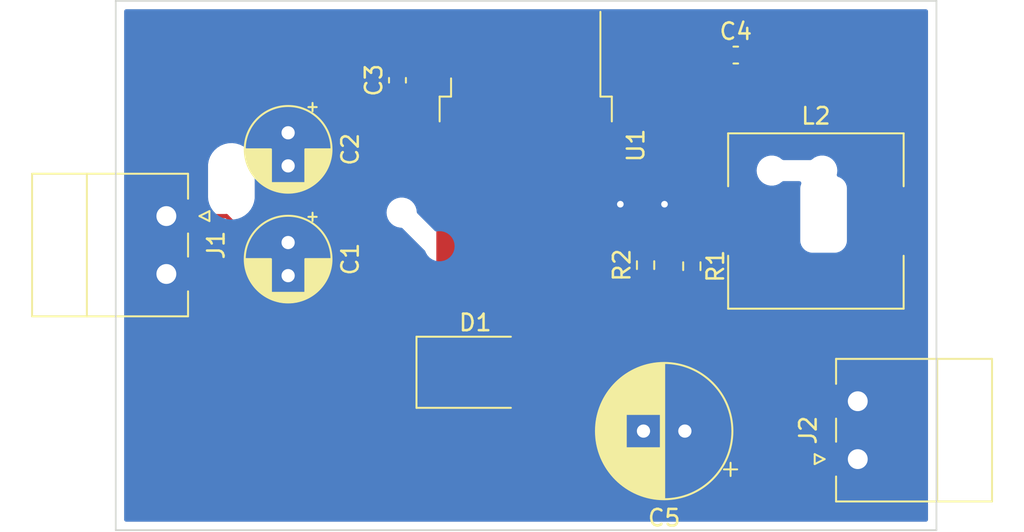
<source format=kicad_pcb>
(kicad_pcb (version 20211014) (generator pcbnew)
  (layers (0 "F.Cu" signal) (31 "B.Cu" signal) (34 "B.Paste" user) (35 "F.Paste" user) (36 "B.SilkS" user "B.Silkscreen") (37 "F.SilkS" user "F.Silkscreen") (38 "B.Mask" user) (39 "F.Mask" user) (44 "Edge.Cuts" user))
  (net 0 "")
  (net 1 "GND")
  (net 2 "Net-(C4-Pad1)")
  (net 3 "Net-(C4-Pad2)")
  (net 7 "Net-(C5-Pad1)")
  (net 8 "Net-(C3-Pad2)")
  (net 9 "Net-(U1-Pad4)")
  (footprint "Capacitor_THT:CP_Radial_D5.0mm_P2.00mm" (layer "F.Cu") (at 132.842 77.978 -90)
    (fp_text reference "C2" (at 1 -3.75 90) (layer "F.SilkS"))
    (fp_text value "47uF")
    (fp_line (start 2.681 1.04) (end 2.681 1.971) (layer "F.SilkS") (width 0.12))
    (fp_line (start 2.121 -2.329) (end 2.121 -1.04) (layer "F.SilkS") (width 0.12))
    (fp_line (start 2.041 -2.365) (end 2.041 -1.04) (layer "F.SilkS") (width 0.12))
    (fp_line (start 2.841 1.04) (end 2.841 1.826) (layer "F.SilkS") (width 0.12))
    (fp_line (start 1.68 -2.491) (end 1.68 -1.04) (layer "F.SilkS") (width 0.12))
    (fp_line (start 2.001 -2.382) (end 2.001 -1.04) (layer "F.SilkS") (width 0.12))
    (fp_line (start 3.161 -1.443) (end 3.161 1.443) (layer "F.SilkS") (width 0.12))
    (fp_line (start 1.64 -2.501) (end 1.64 -1.04) (layer "F.SilkS") (width 0.12))
    (fp_line (start 1.841 1.04) (end 1.841 2.442) (layer "F.SilkS") (width 0.12))
    (fp_line (start 3.201 -1.383) (end 3.201 1.383) (layer "F.SilkS") (width 0.12))
    (fp_line (start 2.641 1.04) (end 2.641 2.004) (layer "F.SilkS") (width 0.12))
    (fp_line (start 2.281 -2.247) (end 2.281 -1.04) (layer "F.SilkS") (width 0.12))
    (fp_line (start 1.04 -2.58) (end 1.04 -1.04) (layer "F.SilkS") (width 0.12))
    (fp_line (start 2.401 -2.175) (end 2.401 -1.04) (layer "F.SilkS") (width 0.12))
    (fp_line (start 2.361 -2.2) (end 2.361 -1.04) (layer "F.SilkS") (width 0.12))
    (fp_line (start 1.16 1.04) (end 1.16 2.576) (layer "F.SilkS") (width 0.12))
    (fp_line (start 2.681 -1.971) (end 2.681 -1.04) (layer "F.SilkS") (width 0.12))
    (fp_line (start 3.441 -0.915) (end 3.441 0.915) (layer "F.SilkS") (width 0.12))
    (fp_line (start 1.24 1.04) (end 1.24 2.569) (layer "F.SilkS") (width 0.12))
    (fp_line (start 2.921 -1.743) (end 2.921 -1.04) (layer "F.SilkS") (width 0.12))
    (fp_line (start 2.481 1.04) (end 2.481 2.122) (layer "F.SilkS") (width 0.12))
    (fp_line (start 1.48 1.04) (end 1.48 2.536) (layer "F.SilkS") (width 0.12))
    (fp_line (start 3.521 -0.677) (end 3.521 0.677) (layer "F.SilkS") (width 0.12))
    (fp_line (start 1.04 1.04) (end 1.04 2.58) (layer "F.SilkS") (width 0.12))
    (fp_line (start 2.081 1.04) (end 2.081 2.348) (layer "F.SilkS") (width 0.12))
    (fp_line (start 1.48 -2.536) (end 1.48 -1.04) (layer "F.SilkS") (width 0.12))
    (fp_line (start 1.721 1.04) (end 1.721 2.48) (layer "F.SilkS") (width 0.12))
    (fp_line (start 2.601 1.04) (end 2.601 2.035) (layer "F.SilkS") (width 0.12))
    (fp_line (start 1.28 -2.565) (end 1.28 -1.04) (layer "F.SilkS") (width 0.12))
    (fp_line (start 2.721 -1.937) (end 2.721 -1.04) (layer "F.SilkS") (width 0.12))
    (fp_line (start 3.081 -1.554) (end 3.081 1.554) (layer "F.SilkS") (width 0.12))
    (fp_line (start 2.201 1.04) (end 2.201 2.29) (layer "F.SilkS") (width 0.12))
    (fp_line (start 1.961 1.04) (end 1.961 2.398) (layer "F.SilkS") (width 0.12))
    (fp_line (start 2.041 1.04) (end 2.041 2.365) (layer "F.SilkS") (width 0.12))
    (fp_line (start 1 -2.58) (end 1 -1.04) (layer "F.SilkS") (width 0.12))
    (fp_line (start 3.121 -1.5) (end 3.121 1.5) (layer "F.SilkS") (width 0.12))
    (fp_line (start 2.601 -2.035) (end 2.601 -1.04) (layer "F.SilkS") (width 0.12))
    (fp_line (start 1.921 1.04) (end 1.921 2.414) (layer "F.SilkS") (width 0.12))
    (fp_line (start 2.761 1.04) (end 2.761 1.901) (layer "F.SilkS") (width 0.12))
    (fp_line (start 1.801 -2.455) (end 1.801 -1.04) (layer "F.SilkS") (width 0.12))
    (fp_line (start 1.2 -2.573) (end 1.2 -1.04) (layer "F.SilkS") (width 0.12))
    (fp_line (start 1.36 1.04) (end 1.36 2.556) (layer "F.SilkS") (width 0.12))
    (fp_line (start 1.16 -2.576) (end 1.16 -1.04) (layer "F.SilkS") (width 0.12))
    (fp_line (start 2.521 -2.095) (end 2.521 -1.04) (layer "F.SilkS") (width 0.12))
    (fp_line (start 2.401 1.04) (end 2.401 2.175) (layer "F.SilkS") (width 0.12))
    (fp_line (start 1.12 -2.578) (end 1.12 -1.04) (layer "F.SilkS") (width 0.12))
    (fp_line (start 1.4 -2.55) (end 1.4 -1.04) (layer "F.SilkS") (width 0.12))
    (fp_line (start 2.641 -2.004) (end 2.641 -1.04) (layer "F.SilkS") (width 0.12))
    (fp_line (start 2.881 -1.785) (end 2.881 -1.04) (layer "F.SilkS") (width 0.12))
    (fp_line (start 3.241 -1.319) (end 3.241 1.319) (layer "F.SilkS") (width 0.12))
    (fp_line (start 2.841 -1.826) (end 2.841 -1.04) (layer "F.SilkS") (width 0.12))
    (fp_line (start 1.961 -2.398) (end 1.961 -1.04) (layer "F.SilkS") (width 0.12))
    (fp_line (start 3.561 -0.518) (end 3.561 0.518) (layer "F.SilkS") (width 0.12))
    (fp_line (start 3.401 -1.011) (end 3.401 1.011) (layer "F.SilkS") (width 0.12))
    (fp_line (start 3.321 -1.178) (end 3.321 1.178) (layer "F.SilkS") (width 0.12))
    (fp_line (start 2.001 1.04) (end 2.001 2.382) (layer "F.SilkS") (width 0.12))
    (fp_line (start 2.081 -2.348) (end 2.081 -1.04) (layer "F.SilkS") (width 0.12))
    (fp_line (start 1.64 1.04) (end 1.64 2.501) (layer "F.SilkS") (width 0.12))
    (fp_line (start 3.281 -1.251) (end 3.281 1.251) (layer "F.SilkS") (width 0.12))
    (fp_line (start 1.801 1.04) (end 1.801 2.455) (layer "F.SilkS") (width 0.12))
    (fp_line (start 1.761 -2.468) (end 1.761 -1.04) (layer "F.SilkS") (width 0.12))
    (fp_line (start 1.32 -2.561) (end 1.32 -1.04) (layer "F.SilkS") (width 0.12))
    (fp_line (start 3.601 -0.284) (end 3.601 0.284) (layer "F.SilkS") (width 0.12))
    (fp_line (start 2.921 1.04) (end 2.921 1.743) (layer "F.SilkS") (width 0.12))
    (fp_line (start 2.561 -2.065) (end 2.561 -1.04) (layer "F.SilkS") (width 0.12))
    (fp_line (start 1.44 -2.543) (end 1.44 -1.04) (layer "F.SilkS") (width 0.12))
    (fp_line (start 1.761 1.04) (end 1.761 2.468) (layer "F.SilkS") (width 0.12))
    (fp_line (start 2.881 1.04) (end 2.881 1.785) (layer "F.SilkS") (width 0.12))
    (fp_line (start 1.881 1.04) (end 1.881 2.428) (layer "F.SilkS") (width 0.12))
    (fp_line (start 2.281 1.04) (end 2.281 2.247) (layer "F.SilkS") (width 0.12))
    (fp_line (start 1.52 -2.528) (end 1.52 -1.04) (layer "F.SilkS") (width 0.12))
    (fp_line (start 2.961 -1.699) (end 2.961 -1.04) (layer "F.SilkS") (width 0.12))
    (fp_line (start 1.6 -2.511) (end 1.6 -1.04) (layer "F.SilkS") (width 0.12))
    (fp_line (start 2.801 1.04) (end 2.801 1.864) (layer "F.SilkS") (width 0.12))
    (fp_line (start -1.554775 -1.725) (end -1.554775 -1.225) (layer "F.SilkS") (width 0.12))
    (fp_line (start 2.321 -2.224) (end 2.321 -1.04) (layer "F.SilkS") (width 0.12))
    (fp_line (start 1.52 1.04) (end 1.52 2.528) (layer "F.SilkS") (width 0.12))
    (fp_line (start 1.721 -2.48) (end 1.721 -1.04) (layer "F.SilkS") (width 0.12))
    (fp_line (start 1.6 1.04) (end 1.6 2.511) (layer "F.SilkS") (width 0.12))
    (fp_line (start 1.36 -2.556) (end 1.36 -1.04) (layer "F.SilkS") (width 0.12))
    (fp_line (start 3.361 -1.098) (end 3.361 1.098) (layer "F.SilkS") (width 0.12))
    (fp_line (start 1.881 -2.428) (end 1.881 -1.04) (layer "F.SilkS") (width 0.12))
    (fp_line (start 1.841 -2.442) (end 1.841 -1.04) (layer "F.SilkS") (width 0.12))
    (fp_line (start 2.561 1.04) (end 2.561 2.065) (layer "F.SilkS") (width 0.12))
    (fp_line (start 2.481 -2.122) (end 2.481 -1.04) (layer "F.SilkS") (width 0.12))
    (fp_line (start 1.56 -2.52) (end 1.56 -1.04) (layer "F.SilkS") (width 0.12))
    (fp_line (start 1.44 1.04) (end 1.44 2.543) (layer "F.SilkS") (width 0.12))
    (fp_line (start 2.961 1.04) (end 2.961 1.699) (layer "F.SilkS") (width 0.12))
    (fp_line (start 2.241 -2.268) (end 2.241 -1.04) (layer "F.SilkS") (width 0.12))
    (fp_line (start 2.801 -1.864) (end 2.801 -1.04) (layer "F.SilkS") (width 0.12))
    (fp_line (start 1.921 -2.414) (end 1.921 -1.04) (layer "F.SilkS") (width 0.12))
    (fp_line (start 3.001 -1.653) (end 3.001 -1.04) (layer "F.SilkS") (width 0.12))
    (fp_line (start 1 1.04) (end 1 2.58) (layer "F.SilkS") (width 0.12))
    (fp_line (start 2.201 -2.29) (end 2.201 -1.04) (layer "F.SilkS") (width 0.12))
    (fp_line (start 3.001 1.04) (end 3.001 1.653) (layer "F.SilkS") (width 0.12))
    (fp_line (start 1.2 1.04) (end 1.2 2.573) (layer "F.SilkS") (width 0.12))
    (fp_line (start 1.28 1.04) (end 1.28 2.565) (layer "F.SilkS") (width 0.12))
    (fp_line (start 3.481 -0.805) (end 3.481 0.805) (layer "F.SilkS") (width 0.12))
    (fp_line (start 2.721 1.04) (end 2.721 1.937) (layer "F.SilkS") (width 0.12))
    (fp_line (start 2.441 -2.149) (end 2.441 -1.04) (layer "F.SilkS") (width 0.12))
    (fp_line (start 1.12 1.04) (end 1.12 2.578) (layer "F.SilkS") (width 0.12))
    (fp_line (start 1.68 1.04) (end 1.68 2.491) (layer "F.SilkS") (width 0.12))
    (fp_line (start 1.4 1.04) (end 1.4 2.55) (layer "F.SilkS") (width 0.12))
    (fp_line (start 1.08 -2.579) (end 1.08 -1.04) (layer "F.SilkS") (width 0.12))
    (fp_line (start 1.56 1.04) (end 1.56 2.52) (layer "F.SilkS") (width 0.12))
    (fp_line (start 2.241 1.04) (end 2.241 2.268) (layer "F.SilkS") (width 0.12))
    (fp_line (start 1.32 1.04) (end 1.32 2.561) (layer "F.SilkS") (width 0.12))
    (fp_line (start 2.441 1.04) (end 2.441 2.149) (layer "F.SilkS") (width 0.12))
    (fp_line (start 1.08 1.04) (end 1.08 2.579) (layer "F.SilkS") (width 0.12))
    (fp_line (start -1.804775 -1.475) (end -1.304775 -1.475) (layer "F.SilkS") (width 0.12))
    (fp_line (start 1.24 -2.569) (end 1.24 -1.04) (layer "F.SilkS") (width 0.12))
    (fp_line (start 2.121 1.04) (end 2.121 2.329) (layer "F.SilkS") (width 0.12))
    (fp_line (start 3.041 -1.605) (end 3.041 1.605) (layer "F.SilkS") (width 0.12))
    (fp_line (start 2.521 1.04) (end 2.521 2.095) (layer "F.SilkS") (width 0.12))
    (fp_line (start 2.361 1.04) (end 2.361 2.2) (layer "F.SilkS") (width 0.12))
    (fp_line (start 2.161 1.04) (end 2.161 2.31) (layer "F.SilkS") (width 0.12))
    (fp_line (start 2.161 -2.31) (end 2.161 -1.04) (layer "F.SilkS") (width 0.12))
    (fp_line (start 2.761 -1.901) (end 2.761 -1.04) (layer "F.SilkS") (width 0.12))
    (fp_line (start 2.321 1.04) (end 2.321 2.224) (layer "F.SilkS") (width 0.12))
    (fp_circle (center 1 0) (end 3.62 0) (layer "F.SilkS") (width 0.12) (fill none))
    (pad "1" thru_hole rect (at 0 0 270) (size 1.6 1.6) (drill 0.8) (layers *.Cu *.Mask) (net 8 "Net-(C3-Pad2)"))
    (pad "2" thru_hole circle (at 2 0 270) (size 1.6 1.6) (drill 0.8) (layers *.Cu *.Mask) (net 1 "GND"))
  )
  (footprint "Diode_SMD:D_SMB" (layer "F.Cu") (at 144.145 92.456)
    (fp_text reference "D1" (at 0 -3) (layer "F.SilkS"))
    (fp_text value "SS14")
    (fp_line (start -3.55 -2.15) (end 2.15 -2.15) (layer "F.SilkS") (width 0.12))
    (fp_line (start -3.55 -2.15) (end -3.55 2.15) (layer "F.SilkS") (width 0.12))
    (fp_line (start -3.55 2.15) (end 2.15 2.15) (layer "F.SilkS") (width 0.12))
    (pad "1" smd rect (at -2.15 0) (size 2.5 2.3) (layers "F.Cu" "F.Paste" "F.Mask") (net 3 "Net-(C4-Pad2)"))
    (pad "2" smd rect (at 2.15 0) (size 2.5 2.3) (layers "F.Cu" "F.Paste" "F.Mask") (net 1 "GND"))
  )
  (footprint "Capacitor_SMD:C_0603_1608Metric" (layer "F.Cu") (at 159.88 73.279)
    (fp_text reference "C4" (at 0 -1.43) (layer "F.SilkS"))
    (fp_text value "1nf")
    (fp_line (start -0.14058 0.51) (end 0.14058 0.51) (layer "F.SilkS") (width 0.12))
    (fp_line (start -0.14058 -0.51) (end 0.14058 -0.51) (layer "F.SilkS") (width 0.12))
    (pad "1" smd roundrect (at -0.775 0) (size 0.9 0.95) (layers "F.Cu" "F.Paste" "F.Mask") (net 2 "Net-(C4-Pad1)"))
    (pad "2" smd roundrect (at 0.775 0) (size 0.9 0.95) (layers "F.Cu" "F.Paste" "F.Mask") (net 3 "Net-(C4-Pad2)"))
  )
  (footprint "Inductor_SMD:L_10.4x10.4_H4.8" (layer "F.Cu") (at 164.719 83.312)
    (fp_text reference "L2" (at 0 -6.35) (layer "F.SilkS"))
    (fp_text value "33u")
    (fp_line (start 5.3 5.3) (end -5.3 5.3) (layer "F.SilkS") (width 0.12))
    (fp_line (start -5.3 -2.1) (end -5.3 -5.3) (layer "F.SilkS") (width 0.12))
    (fp_line (start 5.3 2.1) (end 5.3 5.3) (layer "F.SilkS") (width 0.12))
    (fp_line (start -5.3 5.3) (end -5.3 2.1) (layer "F.SilkS") (width 0.12))
    (fp_line (start 5.3 -5.3) (end 5.3 -2.1) (layer "F.SilkS") (width 0.12))
    (fp_line (start -5.3 -5.3) (end 5.3 -5.3) (layer "F.SilkS") (width 0.12))
    (pad "1" smd rect (at -4.15 0) (size 2.7 3.6) (layers "F.Cu" "F.Paste" "F.Mask") (net 3 "Net-(C4-Pad2)"))
    (pad "2" smd rect (at 4.15 0) (size 2.7 3.6) (layers "F.Cu" "F.Paste" "F.Mask") (net 7 "Net-(C5-Pad1)"))
  )
  (footprint "Capacitor_THT:CP_Radial_D8.0mm_P2.50mm" (layer "F.Cu") (at 156.805 96.012 180)
    (fp_text reference "C5" (at 1.25 -5.25) (layer "F.SilkS"))
    (fp_text value "330uF")
    (fp_line (start 4.651 -2.287) (end 4.651 2.287) (layer "F.SilkS") (width 0.12))
    (fp_line (start 4.931 -1.813) (end 4.931 1.813) (layer "F.SilkS") (width 0.12))
    (fp_line (start 1.971 1.04) (end 1.971 4.017) (layer "F.SilkS") (width 0.12))
    (fp_line (start 4.531 -2.454) (end 4.531 2.454) (layer "F.SilkS") (width 0.12))
    (fp_line (start 4.051 -2.983) (end 4.051 2.983) (layer "F.SilkS") (width 0.12))
    (fp_line (start 4.571 -2.4) (end 4.571 2.4) (layer "F.SilkS") (width 0.12))
    (fp_line (start 2.331 1.04) (end 2.331 3.936) (layer "F.SilkS") (width 0.12))
    (fp_line (start 1.57 -4.068) (end 1.57 -1.04) (layer "F.SilkS") (width 0.12))
    (fp_line (start 5.051 -1.552) (end 5.051 1.552) (layer "F.SilkS") (width 0.12))
    (fp_line (start 3.491 -3.418) (end 3.491 -1.04) (layer "F.SilkS") (width 0.12))
    (fp_line (start 4.611 -2.345) (end 4.611 2.345) (layer "F.SilkS") (width 0.12))
    (fp_line (start 3.451 -3.444) (end 3.451 -1.04) (layer "F.SilkS") (width 0.12))
    (fp_line (start 1.89 1.04) (end 1.89 4.03) (layer "F.SilkS") (width 0.12))
    (fp_line (start 2.251 1.04) (end 2.251 3.957) (layer "F.SilkS") (width 0.12))
    (fp_line (start 4.251 -2.784) (end 4.251 2.784) (layer "F.SilkS") (width 0.12))
    (fp_line (start 2.731 1.04) (end 2.731 3.805) (layer "F.SilkS") (width 0.12))
    (fp_line (start 4.731 -2.166) (end 4.731 2.166) (layer "F.SilkS") (width 0.12))
    (fp_line (start 4.891 -1.89) (end 4.891 1.89) (layer "F.SilkS") (width 0.12))
    (fp_line (start 3.571 -3.365) (end 3.571 3.365) (layer "F.SilkS") (width 0.12))
    (fp_line (start 3.371 -3.493) (end 3.371 -1.04) (layer "F.SilkS") (width 0.12))
    (fp_line (start 2.451 1.04) (end 2.451 3.902) (layer "F.SilkS") (width 0.12))
    (fp_line (start 3.611 -3.338) (end 3.611 3.338) (layer "F.SilkS") (width 0.12))
    (fp_line (start 2.491 1.04) (end 2.491 3.889) (layer "F.SilkS") (width 0.12))
    (fp_line (start 3.731 -3.25) (end 3.731 3.25) (layer "F.SilkS") (width 0.12))
    (fp_line (start 1.93 -4.024) (end 1.93 -1.04) (layer "F.SilkS") (width 0.12))
    (fp_line (start 2.971 -3.704) (end 2.971 -1.04) (layer "F.SilkS") (width 0.12))
    (fp_line (start 3.091 -3.647) (end 3.091 -1.04) (layer "F.SilkS") (width 0.12))
    (fp_line (start 4.971 -1.731) (end 4.971 1.731) (layer "F.SilkS") (width 0.12))
    (fp_line (start 2.891 -3.74) (end 2.891 -1.04) (layer "F.SilkS") (width 0.12))
    (fp_line (start 3.011 -3.686) (end 3.011 -1.04) (layer "F.SilkS") (width 0.12))
    (fp_line (start 3.051 -3.666) (end 3.051 -1.04) (layer "F.SilkS") (width 0.12))
    (fp_line (start 1.33 -4.08) (end 1.33 4.08) (layer "F.SilkS") (width 0.12))
    (fp_line (start 2.211 1.04) (end 2.211 3.967) (layer "F.SilkS") (width 0.12))
    (fp_line (start 3.011 1.04) (end 3.011 3.686) (layer "F.SilkS") (width 0.12))
    (fp_line (start 2.731 -3.805) (end 2.731 -1.04) (layer "F.SilkS") (width 0.12))
    (fp_line (start 1.41 -4.077) (end 1.41 4.077) (layer "F.SilkS") (width 0.12))
    (fp_line (start 2.411 -3.914) (end 2.411 -1.04) (layer "F.SilkS") (width 0.12))
    (fp_line (start 3.251 -3.562) (end 3.251 -1.04) (layer "F.SilkS") (width 0.12))
    (fp_line (start 1.49 1.04) (end 1.49 4.074) (layer "F.SilkS") (width 0.12))
    (fp_line (start 2.611 1.04) (end 2.611 3.85) (layer "F.SilkS") (width 0.12))
    (fp_line (start 2.811 -3.774) (end 2.811 -1.04) (layer "F.SilkS") (width 0.12))
    (fp_line (start 2.891 1.04) (end 2.891 3.74) (layer "F.SilkS") (width 0.12))
    (fp_line (start 2.051 -4.002) (end 2.051 -1.04) (layer "F.SilkS") (width 0.12))
    (fp_line (start 2.571 1.04) (end 2.571 3.863) (layer "F.SilkS") (width 0.12))
    (fp_line (start 1.65 -4.061) (end 1.65 -1.04) (layer "F.SilkS") (width 0.12))
    (fp_line (start 2.571 -3.863) (end 2.571 -1.04) (layer "F.SilkS") (width 0.12))
    (fp_line (start 2.531 1.04) (end 2.531 3.877) (layer "F.SilkS") (width 0.12))
    (fp_line (start 2.131 1.04) (end 2.131 3.985) (layer "F.SilkS") (width 0.12))
    (fp_line (start 2.011 1.04) (end 2.011 4.01) (layer "F.SilkS") (width 0.12))
    (fp_line (start 3.291 1.04) (end 3.291 3.54) (layer "F.SilkS") (width 0.12))
    (fp_line (start 4.371 -2.651) (end 4.371 2.651) (layer "F.SilkS") (width 0.12))
    (fp_line (start 2.771 1.04) (end 2.771 3.79) (layer "F.SilkS") (width 0.12))
    (fp_line (start 1.45 -4.076) (end 1.45 4.076) (layer "F.SilkS") (width 0.12))
    (fp_line (start -3.159698 -2.315) (end -2.359698 -2.315) (layer "F.SilkS") (width 0.12))
    (fp_line (start 2.451 -3.902) (end 2.451 -1.04) (layer "F.SilkS") (width 0.12))
    (fp_line (start 3.931 -3.09) (end 3.931 3.09) (layer "F.SilkS") (width 0.12))
    (fp_line (start 4.011 -3.019) (end 4.011 3.019) (layer "F.SilkS") (width 0.12))
    (fp_line (start 1.85 -4.037) (end 1.85 -1.04) (layer "F.SilkS") (width 0.12))
    (fp_line (start 5.331 -0.533) (end 5.331 0.533) (layer "F.SilkS") (width 0.12))
    (fp_line (start 2.051 1.04) (end 2.051 4.002) (layer "F.SilkS") (width 0.12))
    (fp_line (start 2.531 -3.877) (end 2.531 -1.04) (layer "F.SilkS") (width 0.12))
    (fp_line (start 1.69 -4.057) (end 1.69 -1.04) (layer "F.SilkS") (width 0.12))
    (fp_line (start 2.931 1.04) (end 2.931 3.722) (layer "F.SilkS") (width 0.12))
    (fp_line (start 1.89 -4.03) (end 1.89 -1.04) (layer "F.SilkS") (width 0.12))
    (fp_line (start 3.051 1.04) (end 3.051 3.666) (layer "F.SilkS") (width 0.12))
    (fp_line (start 2.491 -3.889) (end 2.491 -1.04) (layer "F.SilkS") (width 0.12))
    (fp_line (start 2.371 -3.925) (end 2.371 -1.04) (layer "F.SilkS") (width 0.12))
    (fp_line (start 4.691 -2.228) (end 4.691 2.228) (layer "F.SilkS") (width 0.12))
    (fp_line (start 2.851 1.04) (end 2.851 3.757) (layer "F.SilkS") (width 0.12))
    (fp_line (start 3.811 -3.189) (end 3.811 3.189) (layer "F.SilkS") (width 0.12))
    (fp_line (start 2.291 -3.947) (end 2.291 -1.04) (layer "F.SilkS") (width 0.12))
    (fp_line (start 3.491 1.04) (end 3.491 3.418) (layer "F.SilkS") (width 0.12))
    (fp_line (start 4.411 -2.604) (end 4.411 2.604) (layer "F.SilkS") (width 0.12))
    (fp_line (start 2.691 -3.821) (end 2.691 -1.04) (layer "F.SilkS") (width 0.12))
    (fp_line (start 2.371 1.04) (end 2.371 3.925) (layer "F.SilkS") (width 0.12))
    (fp_line (start 4.211 -2.826) (end 4.211 2.826) (layer "F.SilkS") (width 0.12))
    (fp_line (start 3.971 -3.055) (end 3.971 3.055) (layer "F.SilkS") (width 0.12))
    (fp_line (start 2.251 -3.957) (end 2.251 -1.04) (layer "F.SilkS") (width 0.12))
    (fp_line (start 2.131 -3.985) (end 2.131 -1.04) (layer "F.SilkS") (width 0.12))
    (fp_line (start 3.131 1.04) (end 3.131 3.627) (layer "F.SilkS") (width 0.12))
    (fp_line (start 3.411 -3.469) (end 3.411 -1.04) (layer "F.SilkS") (width 0.12))
    (fp_line (start 5.171 -1.229) (end 5.171 1.229) (layer "F.SilkS") (width 0.12))
    (fp_line (start 3.331 1.04) (end 3.331 3.517) (layer "F.SilkS") (width 0.12))
    (fp_line (start 1.971 -4.017) (end 1.971 -1.04) (layer "F.SilkS") (width 0.12))
    (fp_line (start 3.331 -3.517) (end 3.331 -1.04) (layer "F.SilkS") (width 0.12))
    (fp_line (start 3.371 1.04) (end 3.371 3.493) (layer "F.SilkS") (width 0.12))
    (fp_line (start 2.931 -3.722) (end 2.931 -1.04) (layer "F.SilkS") (width 0.12))
    (fp_line (start 3.091 1.04) (end 3.091 3.647) (layer "F.SilkS") (width 0.12))
    (fp_line (start 1.73 1.04) (end 1.73 4.052) (layer "F.SilkS") (width 0.12))
    (fp_line (start 2.851 -3.757) (end 2.851 -1.04) (layer "F.SilkS") (width 0.12))
    (fp_line (start 1.49 -4.074) (end 1.49 -1.04) (layer "F.SilkS") (width 0.12))
    (fp_line (start 3.531 1.04) (end 3.531 3.392) (layer "F.SilkS") (width 0.12))
    (fp_line (start 3.411 1.04) (end 3.411 3.469) (layer "F.SilkS") (width 0.12))
    (fp_line (start 1.53 1.04) (end 1.53 4.071) (layer "F.SilkS") (width 0.12))
    (fp_line (start 1.85 1.04) (end 1.85 4.037) (layer "F.SilkS") (width 0.12))
    (fp_line (start 2.331 -3.936) (end 2.331 -1.04) (layer "F.SilkS") (width 0.12))
    (fp_line (start 3.251 1.04) (end 3.251 3.562) (layer "F.SilkS") (width 0.12))
    (fp_line (start 3.651 -3.309) (end 3.651 3.309) (layer "F.SilkS") (width 0.12))
    (fp_line (start 2.411 1.04) (end 2.411 3.914) (layer "F.SilkS") (width 0.12))
    (fp_line (start 4.771 -2.102) (end 4.771 2.102) (layer "F.SilkS") (width 0.12))
    (fp_line (start 2.611 -3.85) (end 2.611 -1.04) (layer "F.SilkS") (width 0.12))
    (fp_line (start 5.131 -1.346) (end 5.131 1.346) (layer "F.SilkS") (width 0.12))
    (fp_line (start 1.93 1.04) (end 1.93 4.024) (layer "F.SilkS") (width 0.12))
    (fp_line (start 1.77 1.04) (end 1.77 4.048) (layer "F.SilkS") (width 0.12))
    (fp_line (start 1.61 -4.065) (end 1.61 -1.04) (layer "F.SilkS") (width 0.12))
    (fp_line (start 2.171 -3.976) (end 2.171 -1.04) (layer "F.SilkS") (width 0.12))
    (fp_line (start 2.971 1.04) (end 2.971 3.704) (layer "F.SilkS") (width 0.12))
    (fp_line (start 4.331 -2.697) (end 4.331 2.697) (layer "F.SilkS") (width 0.12))
    (fp_line (start 4.811 -2.034) (end 4.811 2.034) (layer "F.SilkS") (width 0.12))
    (fp_line (start 1.37 -4.079) (end 1.37 4.079) (layer "F.SilkS") (width 0.12))
    (fp_line (start 4.131 -2.907) (end 4.131 2.907) (layer "F.SilkS") (width 0.12))
    (fp_line (start 3.691 -3.28) (end 3.691 3.28) (layer "F.SilkS") (width 0.12))
    (fp_line (start 1.77 -4.048) (end 1.77 -1.04) (layer "F.SilkS") (width 0.12))
    (fp_line (start 5.291 -0.768) (end 5.291 0.768) (layer "F.SilkS") (width 0.12))
    (fp_line (start 1.29 -4.08) (end 1.29 4.08) (layer "F.SilkS") (width 0.12))
    (fp_line (start 3.851 -3.156) (end 3.851 3.156) (layer "F.SilkS") (width 0.12))
    (fp_line (start 1.25 -4.08) (end 1.25 4.08) (layer "F.SilkS") (width 0.12))
    (fp_line (start 2.651 -3.835) (end 2.651 -1.04) (layer "F.SilkS") (width 0.12))
    (fp_line (start 1.81 1.04) (end 1.81 4.042) (layer "F.SilkS") (width 0.12))
    (fp_line (start 2.091 -3.994) (end 2.091 -1.04) (layer "F.SilkS") (width 0.12))
    (fp_line (start 4.171 -2.867) (end 4.171 2.867) (layer "F.SilkS") (width 0.12))
    (fp_line (start 5.011 -1.645) (end 5.011 1.645) (layer "F.SilkS") (width 0.12))
    (fp_line (start 4.091 -2.945) (end 4.091 2.945) (layer "F.SilkS") (width 0.12))
    (fp_line (start 1.81 -4.042) (end 1.81 -1.04) (layer "F.SilkS") (width 0.12))
    (fp_line (start 3.891 -3.124) (end 3.891 3.124) (layer "F.SilkS") (width 0.12))
    (fp_line (start 3.131 -3.627) (end 3.131 -1.04) (layer "F.SilkS") (width 0.12))
    (fp_line (start 1.53 -4.071) (end 1.53 -1.04) (layer "F.SilkS") (width 0.12))
    (fp_line (start 1.57 1.04) (end 1.57 4.068) (layer "F.SilkS") (width 0.12))
    (fp_line (start 1.73 -4.052) (end 1.73 -1.04) (layer "F.SilkS") (width 0.12))
    (fp_line (start 3.211 1.04) (end 3.211 3.584) (layer "F.SilkS") (width 0.12))
    (fp_line (start 2.811 1.04) (end 2.811 3.774) (layer "F.SilkS") (width 0.12))
    (fp_line (start 1.65 1.04) (end 1.65 4.061) (layer "F.SilkS") (width 0.12))
    (fp_line (start 2.691 1.04) (end 2.691 3.821) (layer "F.SilkS") (width 0.12))
    (fp_line (start 1.69 1.04) (end 1.69 4.057) (layer "F.SilkS") (width 0.12))
    (fp_line (start 5.211 -1.098) (end 5.211 1.098) (layer "F.SilkS") (width 0.12))
    (fp_line (start 2.211 -3.967) (end 2.211 -1.04) (layer "F.SilkS") (width 0.12))
    (fp_line (start 3.531 -3.392) (end 3.531 -1.04) (layer "F.SilkS") (width 0.12))
    (fp_line (start -2.759698 -2.715) (end -2.759698 -1.915) (layer "F.SilkS") (width 0.12))
    (fp_line (start 3.771 -3.22) (end 3.771 3.22) (layer "F.SilkS") (width 0.12))
    (fp_line (start 3.211 -3.584) (end 3.211 -1.04) (layer "F.SilkS") (width 0.12))
    (fp_line (start 5.091 -1.453) (end 5.091 1.453) (layer "F.SilkS") (width 0.12))
    (fp_line (start 2.291 1.04) (end 2.291 3.947) (layer "F.SilkS") (width 0.12))
    (fp_line (start 2.771 -3.79) (end 2.771 -1.04) (layer "F.SilkS") (width 0.12))
    (fp_line (start 3.291 -3.54) (end 3.291 -1.04) (layer "F.SilkS") (width 0.12))
    (fp_line (start 5.251 -0.948) (end 5.251 0.948) (layer "F.SilkS") (width 0.12))
    (fp_line (start 2.171 1.04) (end 2.171 3.976) (layer "F.SilkS") (width 0.12))
    (fp_line (start 2.011 -4.01) (end 2.011 -1.04) (layer "F.SilkS") (width 0.12))
    (fp_line (start 4.851 -1.964) (end 4.851 1.964) (layer "F.SilkS") (width 0.12))
    (fp_line (start 4.491 -2.505) (end 4.491 2.505) (layer "F.SilkS") (width 0.12))
    (fp_line (start 3.171 -3.606) (end 3.171 -1.04) (layer "F.SilkS") (width 0.12))
    (fp_line (start 3.171 1.04) (end 3.171 3.606) (layer "F.SilkS") (width 0.12))
    (fp_line (start 4.291 -2.741) (end 4.291 2.741) (layer "F.SilkS") (width 0.12))
    (fp_line (start 3.451 1.04) (end 3.451 3.444) (layer "F.SilkS") (width 0.12))
    (fp_line (start 4.451 -2.556) (end 4.451 2.556) (layer "F.SilkS") (width 0.12))
    (fp_line (start 2.091 1.04) (end 2.091 3.994) (layer "F.SilkS") (width 0.12))
    (fp_line (start 1.61 1.04) (end 1.61 4.065) (layer "F.SilkS") (width 0.12))
    (fp_line (start 2.651 1.04) (end 2.651 3.835) (layer "F.SilkS") (width 0.12))
    (fp_circle (center 1.25 0) (end 5.37 0) (layer "F.SilkS") (width 0.12) (fill none))
    (pad "1" thru_hole rect (at 0 0 180) (size 1.6 1.6) (drill 0.8) (layers *.Cu *.Mask) (net 7 "Net-(C5-Pad1)"))
    (pad "2" thru_hole circle (at 2.5 0 180) (size 1.6 1.6) (drill 0.8) (layers *.Cu *.Mask) (net 1 "GND"))
  )
  (footprint "Connector_Phoenix_MC:PhoenixContact_MC_1,5_2-G-3.5_1x02_P3.50mm_Horizontal" (layer "F.Cu") (at 167.2475 97.707 90)
    (fp_text reference "J2" (at 1.75 -3 90) (layer "F.SilkS"))
    (fp_text value "Vout")
    (fp_line (start -0.3 -2.6) (end 0.3 -2.6) (layer "F.SilkS") (width 0.12))
    (fp_line (start 0 -2) (end -0.3 -2.6) (layer "F.SilkS") (width 0.12))
    (fp_line (start 6.06 -1.31) (end 4.55 -1.31) (layer "F.SilkS") (width 0.12))
    (fp_line (start 0.3 -2.6) (end 0 -2) (layer "F.SilkS") (width 0.12))
    (fp_line (start 6.06 8.11) (end 6.06 -1.31) (layer "F.SilkS") (width 0.12))
    (fp_line (start 1.05 -1.31) (end 2.45 -1.31) (layer "F.SilkS") (width 0.12))
    (fp_line (start -2.56 8.11) (end 6.06 8.11) (layer "F.SilkS") (width 0.12))
    (fp_line (start -2.56 4.8) (end 6.06 4.8) (layer "F.SilkS") (width 0.12))
    (fp_line (start -2.56 -1.31) (end -2.56 8.11) (layer "F.SilkS") (width 0.12))
    (fp_line (start -2.56 -1.31) (end -1.05 -1.31) (layer "F.SilkS") (width 0.12))
    (pad "1" thru_hole roundrect (at 0 0 90) (size 1.8 3.6) (drill 1.2) (layers *.Cu *.Mask) (roundrect_rratio 0.1388888889) (net 7 "Net-(C5-Pad1)"))
    (pad "2" thru_hole oval (at 3.5 0 90) (size 1.8 3.6) (drill 1.2) (layers *.Cu *.Mask) (net 1 "GND"))
  )
  (footprint "Resistor_SMD:R_0603_1608Metric" (layer "F.Cu") (at 157.226 86.042 -90)
    (fp_text reference "R1" (at 0 -1.43 90) (layer "F.SilkS"))
    (fp_text value "TBD")
    (fp_line (start -0.237258 -0.5225) (end 0.237258 -0.5225) (layer "F.SilkS") (width 0.12))
    (fp_line (start -0.237258 0.5225) (end 0.237258 0.5225) (layer "F.SilkS") (width 0.12))
    (pad "1" smd roundrect (at -0.825 0 270) (size 0.8 0.95) (layers "F.Cu" "F.Paste" "F.Mask") (net 9 "Net-(U1-Pad4)"))
    (pad "2" smd roundrect (at 0.825 0 270) (size 0.8 0.95) (layers "F.Cu" "F.Paste" "F.Mask") (net 7 "Net-(C5-Pad1)"))
  )
  (footprint "Package_TO_SOT_SMD:TO-263-7_TabPin8" (layer "F.Cu") (at 147.193 78.74 -90)
    (fp_text reference "U1" (at 0 -6.65 90) (layer "F.SilkS"))
    (fp_text value "LM2676-5v")
    (fp_line (start -2.95 -5.2) (end -2.95 -4.51) (layer "F.SilkS") (width 0.12))
    (fp_line (start -2.95 -4.51) (end -8.075 -4.51) (layer "F.SilkS") (width 0.12))
    (fp_line (start -1.45 5.2) (end -2.95 5.2) (layer "F.SilkS") (width 0.12))
    (fp_line (start -1.45 -5.2) (end -2.95 -5.2) (layer "F.SilkS") (width 0.12))
    (fp_line (start -2.95 4.51) (end -4.05 4.51) (layer "F.SilkS") (width 0.12))
    (fp_line (start -2.95 5.2) (end -2.95 4.51) (layer "F.SilkS") (width 0.12))
    (pad "1" smd rect (at -5.775 -3.81 270) (size 4.6 0.8) (layers "F.Cu" "F.Paste" "F.Mask") (net 2 "Net-(C4-Pad1)"))
    (pad "2" smd rect (at -5.775 -2.54 270) (size 4.6 0.8) (layers "F.Cu" "F.Paste" "F.Mask"))
    (pad "3" smd rect (at -5.775 -1.27 270) (size 4.6 0.8) (layers "F.Cu" "F.Paste" "F.Mask"))
    (pad "4" smd rect (at -5.775 0 270) (size 4.6 0.8) (layers "F.Cu" "F.Paste" "F.Mask") (net 9 "Net-(U1-Pad4)"))
    (pad "5" smd rect (at -5.775 1.27 270) (size 4.6 0.8) (layers "F.Cu" "F.Paste" "F.Mask"))
    (pad "6" smd rect (at -5.775 2.54 270) (size 4.6 0.8) (layers "F.Cu" "F.Paste" "F.Mask") (net 1 "GND"))
    (pad "7" smd rect (at -5.775 3.81 270) (size 4.6 0.8) (layers "F.Cu" "F.Paste" "F.Mask") (net 8 "Net-(C3-Pad2)"))
    (pad "8" smd rect (at 3.375 0 270) (size 9.4 10.8) (layers "F.Cu" "F.Mask") (net 3 "Net-(C4-Pad2)"))
  )
  (footprint "Capacitor_THT:CP_Radial_D5.0mm_P2.00mm" (layer "F.Cu") (at 132.842 84.614 -90)
    (fp_text reference "C1" (at 1 -3.75 90) (layer "F.SilkS"))
    (fp_text value "47uF")
    (fp_line (start 1.04 -2.58) (end 1.04 -1.04) (layer "F.SilkS") (width 0.12))
    (fp_line (start 1.16 1.04) (end 1.16 2.576) (layer "F.SilkS") (width 0.12))
    (fp_line (start 3.481 -0.805) (end 3.481 0.805) (layer "F.SilkS") (width 0.12))
    (fp_line (start 3.281 -1.251) (end 3.281 1.251) (layer "F.SilkS") (width 0.12))
    (fp_line (start 2.041 1.04) (end 2.041 2.365) (layer "F.SilkS") (width 0.12))
    (fp_line (start 1.881 1.04) (end 1.881 2.428) (layer "F.SilkS") (width 0.12))
    (fp_line (start 1.961 -2.398) (end 1.961 -1.04) (layer "F.SilkS") (width 0.12))
    (fp_line (start 2.441 -2.149) (end 2.441 -1.04) (layer "F.SilkS") (width 0.12))
    (fp_line (start 1.32 1.04) (end 1.32 2.561) (layer "F.SilkS") (width 0.12))
    (fp_line (start 1.2 -2.573) (end 1.2 -1.04) (layer "F.SilkS") (width 0.12))
    (fp_line (start 2.361 -2.2) (end 2.361 -1.04) (layer "F.SilkS") (width 0.12))
    (fp_line (start 3.201 -1.383) (end 3.201 1.383) (layer "F.SilkS") (width 0.12))
    (fp_line (start 2.641 1.04) (end 2.641 2.004) (layer "F.SilkS") (width 0.12))
    (fp_line (start 3.601 -0.284) (end 3.601 0.284) (layer "F.SilkS") (width 0.12))
    (fp_line (start 1.881 -2.428) (end 1.881 -1.04) (layer "F.SilkS") (width 0.12))
    (fp_line (start 2.481 1.04) (end 2.481 2.122) (layer "F.SilkS") (width 0.12))
    (fp_line (start 1.56 1.04) (end 1.56 2.52) (layer "F.SilkS") (width 0.12))
    (fp_line (start 2.121 1.04) (end 2.121 2.329) (layer "F.SilkS") (width 0.12))
    (fp_line (start 2.001 1.04) (end 2.001 2.382) (layer "F.SilkS") (width 0.12))
    (fp_line (start 2.761 1.04) (end 2.761 1.901) (layer "F.SilkS") (width 0.12))
    (fp_line (start 1.64 1.04) (end 1.64 2.501) (layer "F.SilkS") (width 0.12))
    (fp_line (start 2.281 1.04) (end 2.281 2.247) (layer "F.SilkS") (width 0.12))
    (fp_line (start 2.921 1.04) (end 2.921 1.743) (layer "F.SilkS") (width 0.12))
    (fp_line (start 2.001 -2.382) (end 2.001 -1.04) (layer "F.SilkS") (width 0.12))
    (fp_line (start 2.161 1.04) (end 2.161 2.31) (layer "F.SilkS") (width 0.12))
    (fp_line (start 2.681 1.04) (end 2.681 1.971) (layer "F.SilkS") (width 0.12))
    (fp_line (start 3.361 -1.098) (end 3.361 1.098) (layer "F.SilkS") (width 0.12))
    (fp_line (start 1.64 -2.501) (end 1.64 -1.04) (layer "F.SilkS") (width 0.12))
    (fp_line (start 3.401 -1.011) (end 3.401 1.011) (layer "F.SilkS") (width 0.12))
    (fp_line (start 3.081 -1.554) (end 3.081 1.554) (layer "F.SilkS") (width 0.12))
    (fp_line (start 1.48 -2.536) (end 1.48 -1.04) (layer "F.SilkS") (width 0.12))
    (fp_line (start 1.841 -2.442) (end 1.841 -1.04) (layer "F.SilkS") (width 0.12))
    (fp_line (start 1.6 1.04) (end 1.6 2.511) (layer "F.SilkS") (width 0.12))
    (fp_line (start 2.801 1.04) (end 2.801 1.864) (layer "F.SilkS") (width 0.12))
    (fp_line (start 3.241 -1.319) (end 3.241 1.319) (layer "F.SilkS") (width 0.12))
    (fp_line (start 1.16 -2.576) (end 1.16 -1.04) (layer "F.SilkS") (width 0.12))
    (fp_line (start 2.961 -1.699) (end 2.961 -1.04) (layer "F.SilkS") (width 0.12))
    (fp_line (start -1.554775 -1.725) (end -1.554775 -1.225) (layer "F.SilkS") (width 0.12))
    (fp_line (start 1.12 1.04) (end 1.12 2.578) (layer "F.SilkS") (width 0.12))
    (fp_line (start 2.441 1.04) (end 2.441 2.149) (layer "F.SilkS") (width 0.12))
    (fp_line (start 2.721 1.04) (end 2.721 1.937) (layer "F.SilkS") (width 0.12))
    (fp_line (start 2.081 1.04) (end 2.081 2.348) (layer "F.SilkS") (width 0.12))
    (fp_line (start 1.56 -2.52) (end 1.56 -1.04) (layer "F.SilkS") (width 0.12))
    (fp_line (start 2.641 -2.004) (end 2.641 -1.04) (layer "F.SilkS") (width 0.12))
    (fp_line (start 2.521 -2.095) (end 2.521 -1.04) (layer "F.SilkS") (width 0.12))
    (fp_line (start 1.68 1.04) (end 1.68 2.491) (layer "F.SilkS") (width 0.12))
    (fp_line (start 1.801 -2.455) (end 1.801 -1.04) (layer "F.SilkS") (width 0.12))
    (fp_line (start 2.401 -2.175) (end 2.401 -1.04) (layer "F.SilkS") (width 0.12))
    (fp_line (start 3.521 -0.677) (end 3.521 0.677) (layer "F.SilkS") (width 0.12))
    (fp_line (start 1.52 -2.528) (end 1.52 -1.04) (layer "F.SilkS") (width 0.12))
    (fp_line (start 2.121 -2.329) (end 2.121 -1.04) (layer "F.SilkS") (width 0.12))
    (fp_line (start 1.32 -2.561) (end 1.32 -1.04) (layer "F.SilkS") (width 0.12))
    (fp_line (start 2.721 -1.937) (end 2.721 -1.04) (layer "F.SilkS") (width 0.12))
    (fp_line (start 3.001 -1.653) (end 3.001 -1.04) (layer "F.SilkS") (width 0.12))
    (fp_line (start 1.921 1.04) (end 1.921 2.414) (layer "F.SilkS") (width 0.12))
    (fp_line (start 1.721 1.04) (end 1.721 2.48) (layer "F.SilkS") (width 0.12))
    (fp_line (start 1.961 1.04) (end 1.961 2.398) (layer "F.SilkS") (width 0.12))
    (fp_line (start 2.841 1.04) (end 2.841 1.826) (layer "F.SilkS") (width 0.12))
    (fp_line (start 2.881 -1.785) (end 2.881 -1.04) (layer "F.SilkS") (width 0.12))
    (fp_line (start 2.321 1.04) (end 2.321 2.224) (layer "F.SilkS") (width 0.12))
    (fp_line (start 2.881 1.04) (end 2.881 1.785) (layer "F.SilkS") (width 0.12))
    (fp_line (start 1.6 -2.511) (end 1.6 -1.04) (layer "F.SilkS") (width 0.12))
    (fp_line (start 1.36 -2.556) (end 1.36 -1.04) (layer "F.SilkS") (width 0.12))
    (fp_line (start -1.804775 -1.475) (end -1.304775 -1.475) (layer "F.SilkS") (width 0.12))
    (fp_line (start 2.521 1.04) (end 2.521 2.095) (layer "F.SilkS") (width 0.12))
    (fp_line (start 2.281 -2.247) (end 2.281 -1.04) (layer "F.SilkS") (width 0.12))
    (fp_line (start 1.68 -2.491) (end 1.68 -1.04) (layer "F.SilkS") (width 0.12))
    (fp_line (start 1.08 1.04) (end 1.08 2.579) (layer "F.SilkS") (width 0.12))
    (fp_line (start 2.161 -2.31) (end 2.161 -1.04) (layer "F.SilkS") (width 0.12))
    (fp_line (start 2.081 -2.348) (end 2.081 -1.04) (layer "F.SilkS") (width 0.12))
    (fp_line (start 1.721 -2.48) (end 1.721 -1.04) (layer "F.SilkS") (width 0.12))
    (fp_line (start 1.24 -2.569) (end 1.24 -1.04) (layer "F.SilkS") (width 0.12))
    (fp_line (start 2.921 -1.743) (end 2.921 -1.04) (layer "F.SilkS") (width 0.12))
    (fp_line (start 2.401 1.04) (end 2.401 2.175) (layer "F.SilkS") (width 0.12))
    (fp_line (start 2.241 1.04) (end 2.241 2.268) (layer "F.SilkS") (width 0.12))
    (fp_line (start 1.08 -2.579) (end 1.08 -1.04) (layer "F.SilkS") (width 0.12))
    (fp_line (start 1.24 1.04) (end 1.24 2.569) (layer "F.SilkS") (width 0.12))
    (fp_line (start 3.321 -1.178) (end 3.321 1.178) (layer "F.SilkS") (width 0.12))
    (fp_line (start 2.561 -2.065) (end 2.561 -1.04) (layer "F.SilkS") (width 0.12))
    (fp_line (start 1.921 -2.414) (end 1.921 -1.04) (layer "F.SilkS") (width 0.12))
    (fp_line (start 2.361 1.04) (end 2.361 2.2) (layer "F.SilkS") (width 0.12))
    (fp_line (start 1.28 1.04) (end 1.28 2.565) (layer "F.SilkS") (width 0.12))
    (fp_line (start 3.561 -0.518) (end 3.561 0.518) (layer "F.SilkS") (width 0.12))
    (fp_line (start 1.52 1.04) (end 1.52 2.528) (layer "F.SilkS") (width 0.12))
    (fp_line (start 2.761 -1.901) (end 2.761 -1.04) (layer "F.SilkS") (width 0.12))
    (fp_line (start 2.241 -2.268) (end 2.241 -1.04) (layer "F.SilkS") (width 0.12))
    (fp_line (start 2.201 -2.29) (end 2.201 -1.04) (layer "F.SilkS") (width 0.12))
    (fp_line (start 2.201 1.04) (end 2.201 2.29) (layer "F.SilkS") (width 0.12))
    (fp_line (start 3.001 1.04) (end 3.001 1.653) (layer "F.SilkS") (width 0.12))
    (fp_line (start 2.961 1.04) (end 2.961 1.699) (layer "F.SilkS") (width 0.12))
    (fp_line (start 1.841 1.04) (end 1.841 2.442) (layer "F.SilkS") (width 0.12))
    (fp_line (start 1.801 1.04) (end 1.801 2.455) (layer "F.SilkS") (width 0.12))
    (fp_line (start 1.761 1.04) (end 1.761 2.468) (layer "F.SilkS") (width 0.12))
    (fp_line (start 1.2 1.04) (end 1.2 2.573) (layer "F.SilkS") (width 0.12))
    (fp_line (start 3.121 -1.5) (end 3.121 1.5) (layer "F.SilkS") (width 0.12))
    (fp_line (start 1.4 -2.55) (end 1.4 -1.04) (layer "F.SilkS") (width 0.12))
    (fp_line (start 3.441 -0.915) (end 3.441 0.915) (layer "F.SilkS") (width 0.12))
    (fp_line (start 1.761 -2.468) (end 1.761 -1.04) (layer "F.SilkS") (width 0.12))
    (fp_line (start 2.841 -1.826) (end 2.841 -1.04) (layer "F.SilkS") (width 0.12))
    (fp_line (start 2.321 -2.224) (end 2.321 -1.04) (layer "F.SilkS") (width 0.12))
    (fp_line (start 1.12 -2.578) (end 1.12 -1.04) (layer "F.SilkS") (width 0.12))
    (fp_line (start 2.481 -2.122) (end 2.481 -1.04) (layer "F.SilkS") (width 0.12))
    (fp_line (start 1.36 1.04) (end 1.36 2.556) (layer "F.SilkS") (width 0.12))
    (fp_line (start 1.28 -2.565) (end 1.28 -1.04) (layer "F.SilkS") (width 0.12))
    (fp_line (start 2.561 1.04) (end 2.561 2.065) (layer "F.SilkS") (width 0.12))
    (fp_line (start 2.801 -1.864) (end 2.801 -1.04) (layer "F.SilkS") (width 0.12))
    (fp_line (start 1.44 1.04) (end 1.44 2.543) (layer "F.SilkS") (width 0.12))
    (fp_line (start 2.041 -2.365) (end 2.041 -1.04) (layer "F.SilkS") (width 0.12))
    (fp_line (start 1 1.04) (end 1 2.58) (layer "F.SilkS") (width 0.12))
    (fp_line (start 3.041 -1.605) (end 3.041 1.605) (layer "F.SilkS") (width 0.12))
    (fp_line (start 2.601 1.04) (end 2.601 2.035) (layer "F.SilkS") (width 0.12))
    (fp_line (start 1.4 1.04) (end 1.4 2.55) (layer "F.SilkS") (width 0.12))
    (fp_line (start 1.44 -2.543) (end 1.44 -1.04) (layer "F.SilkS") (width 0.12))
    (fp_line (start 3.161 -1.443) (end 3.161 1.443) (layer "F.SilkS") (width 0.12))
    (fp_line (start 1.04 1.04) (end 1.04 2.58) (layer "F.SilkS") (width 0.12))
    (fp_line (start 1 -2.58) (end 1 -1.04) (layer "F.SilkS") (width 0.12))
    (fp_line (start 1.48 1.04) (end 1.48 2.536) (layer "F.SilkS") (width 0.12))
    (fp_line (start 2.681 -1.971) (end 2.681 -1.04) (layer "F.SilkS") (width 0.12))
    (fp_line (start 2.601 -2.035) (end 2.601 -1.04) (layer "F.SilkS") (width 0.12))
    (fp_circle (center 1 0) (end 3.62 0) (layer "F.SilkS") (width 0.12) (fill none))
    (pad "1" thru_hole rect (at 0 0 270) (size 1.6 1.6) (drill 0.8) (layers *.Cu *.Mask) (net 8 "Net-(C3-Pad2)"))
    (pad "2" thru_hole circle (at 2 0 270) (size 1.6 1.6) (drill 0.8) (layers *.Cu *.Mask) (net 1 "GND"))
  )
  (footprint "Capacitor_SMD:C_0603_1608Metric" (layer "F.Cu") (at 139.446 74.803 90)
    (fp_text reference "C3" (at 0 -1.43 90) (layer "F.SilkS"))
    (fp_text value "470nf")
    (fp_line (start -0.14058 0.51) (end 0.14058 0.51) (layer "F.SilkS") (width 0.12))
    (fp_line (start -0.14058 -0.51) (end 0.14058 -0.51) (layer "F.SilkS") (width 0.12))
    (pad "1" smd roundrect (at -0.775 0 90) (size 0.9 0.95) (layers "F.Cu" "F.Paste" "F.Mask") (net 1 "GND"))
    (pad "2" smd roundrect (at 0.775 0 90) (size 0.9 0.95) (layers "F.Cu" "F.Paste" "F.Mask") (net 8 "Net-(C3-Pad2)"))
  )
  (footprint "Resistor_SMD:R_0603_1608Metric" (layer "F.Cu") (at 154.432 85.979 90)
    (fp_text reference "R2" (at 0 -1.43 90) (layer "F.SilkS"))
    (fp_text value "TBD")
    (fp_line (start -0.237258 0.5225) (end 0.237258 0.5225) (layer "F.SilkS") (width 0.12))
    (fp_line (start -0.237258 -0.5225) (end 0.237258 -0.5225) (layer "F.SilkS") (width 0.12))
    (pad "1" smd roundrect (at -0.825 0 90) (size 0.8 0.95) (layers "F.Cu" "F.Paste" "F.Mask") (net 1 "GND"))
    (pad "2" smd roundrect (at 0.825 0 90) (size 0.8 0.95) (layers "F.Cu" "F.Paste" "F.Mask") (net 9 "Net-(U1-Pad4)"))
  )
  (footprint "Connector_Phoenix_MC:PhoenixContact_MC_1,5_2-G-3.5_1x02_P3.50mm_Horizontal" (layer "F.Cu") (at 125.4875 83.014 -90)
    (fp_text reference "J1" (at 1.75 -3 90) (layer "F.SilkS"))
    (fp_text value "Vin")
    (fp_line (start 1.05 -1.31) (end 2.45 -1.31) (layer "F.SilkS") (width 0.12))
    (fp_line (start -2.56 -1.31) (end -2.56 8.11) (layer "F.SilkS") (width 0.12))
    (fp_line (start -2.56 4.8) (end 6.06 4.8) (layer "F.SilkS") (width 0.12))
    (fp_line (start -0.3 -2.6) (end 0.3 -2.6) (layer "F.SilkS") (width 0.12))
    (fp_line (start 6.06 8.11) (end 6.06 -1.31) (layer "F.SilkS") (width 0.12))
    (fp_line (start 0.3 -2.6) (end 0 -2) (layer "F.SilkS") (width 0.12))
    (fp_line (start 6.06 -1.31) (end 4.55 -1.31) (layer "F.SilkS") (width 0.12))
    (fp_line (start -2.56 8.11) (end 6.06 8.11) (layer "F.SilkS") (width 0.12))
    (fp_line (start 0 -2) (end -0.3 -2.6) (layer "F.SilkS") (width 0.12))
    (fp_line (start -2.56 -1.31) (end -1.05 -1.31) (layer "F.SilkS") (width 0.12))
    (pad "1" thru_hole roundrect (at 0 0 270) (size 1.8 3.6) (drill 1.2) (layers *.Cu *.Mask) (roundrect_rratio 0.1388888889) (net 8 "Net-(C3-Pad2)"))
    (pad "2" thru_hole oval (at 3.5 0 270) (size 1.8 3.6) (drill 1.2) (layers *.Cu *.Mask) (net 1 "GND"))
  )
  (gr_line (start 172 102) (end 172 70) (layer "Edge.Cuts") (width 0.1))
  (gr_line (start 122.428 102) (end 172 102) (layer "Edge.Cuts") (width 0.1))
  (gr_line (start 172 70) (end 122.428 70) (layer "Edge.Cuts") (width 0.1))
  (gr_line (start 122.428 70) (end 122.428 102) (layer "Edge.Cuts") (width 0.1))
  (segment (start 144.653 75.556022) (end 144.363511 75.845511) (width 0.762) (layer "F.Cu") (net 1))
  (segment (start 144.653 72.965) (end 144.653 75.556022) (width 0.762) (layer "F.Cu") (net 1))
  (segment (start 139.351 79.978) (end 132.842 79.978) (width 0.254) (layer "F.Cu") (net 1))
  (segment (start 139.446 79.883) (end 139.351 79.978) (width 0.254) (layer "F.Cu") (net 1))
  (segment (start 154.432 95.885) (end 154.305 96.012) (width 0.254) (layer "F.Cu") (net 1))
  (segment (start 144.363511 75.845511) (end 139.713511 75.845511) (width 0.762) (layer "F.Cu") (net 1))
  (segment (start 139.446 75.578) (end 139.446 79.883) (width 0.254) (layer "F.Cu") (net 1))
  (segment (start 146.295 95.894) (end 146.413 96.012) (width 0.254) (layer "F.Cu") (net 1))
  (segment (start 146.295 92.456) (end 146.295 95.894) (width 0.254) (layer "F.Cu") (net 1))
  (segment (start 146.413 96.012) (end 154.305 96.012) (width 0.254) (layer "F.Cu") (net 1))
  (segment (start 139.713511 75.845511) (end 139.446 75.578) (width 0.762) (layer "F.Cu") (net 1))
  (segment (start 154.432 86.804) (end 154.432 95.885) (width 0.254) (layer "F.Cu") (net 1))
  (segment (start 151.003 72.965) (end 158.791 72.965) (width 0.762) (layer "F.Cu") (net 2))
  (segment (start 158.791 72.965) (end 159.105 73.279) (width 0.762) (layer "F.Cu") (net 2))
  (segment (start 155.575 82.296) (end 159.553 82.296) (width 0.762) (layer "F.Cu") (net 3))
  (segment (start 141.995 87.313) (end 141.995 92.456) (width 0.762) (layer "F.Cu") (net 3))
  (segment (start 152.727 82.115) (end 152.908 82.296) (width 0.762) (layer "F.Cu") (net 3))
  (segment (start 147.193 82.115) (end 141.995 87.313) (width 0.762) (layer "F.Cu") (net 3))
  (segment (start 160.655 73.279) (end 160.655 83.226) (width 0.254) (layer "F.Cu") (net 3))
  (segment (start 160.655 83.226) (end 160.569 83.312) (width 0.254) (layer "F.Cu") (net 3))
  (segment (start 159.553 82.296) (end 160.569 83.312) (width 0.762) (layer "F.Cu") (net 3))
  (segment (start 147.193 82.115) (end 152.727 82.115) (width 0.762) (layer "F.Cu") (net 3))
  (via (at 152.908 82.296) (size 0.8) (drill 0.4) (layers "F.Cu" "B.Cu") (net 3))
  (via (at 155.575 82.296) (size 0.8) (drill 0.4) (layers "F.Cu" "B.Cu") (net 3))
  (segment (start 152.908 82.296) (end 155.575 82.296) (width 0.762) (layer "B.Cu") (net 3))
  (segment (start 156.805 96.012) (end 165.5525 96.012) (width 0.254) (layer "F.Cu") (net 7))
  (segment (start 157.226 95.591) (end 156.805 96.012) (width 0.254) (layer "F.Cu") (net 7))
  (segment (start 169.036 83.479) (end 168.869 83.312) (width 0.254) (layer "F.Cu") (net 7))
  (segment (start 169.036 86.867) (end 169.036 83.479) (width 0.254) (layer "F.Cu") (net 7))
  (segment (start 157.226 86.867) (end 169.036 86.867) (width 0.254) (layer "F.Cu") (net 7))
  (segment (start 165.5525 96.012) (end 167.2475 97.707) (width 0.254) (layer "F.Cu") (net 7))
  (segment (start 157.226 86.867) (end 157.226 95.591) (width 0.254) (layer "F.Cu") (net 7))
  (segment (start 139.446 74.028) (end 132.855 74.028) (width 0.254) (layer "F.Cu") (net 8))
  (segment (start 140.509 72.965) (end 139.446 74.028) (width 0.762) (layer "F.Cu") (net 8))
  (segment (start 132.842 74.041) (end 132.842 77.978) (width 0.254) (layer "F.Cu") (net 8))
  (segment (start 132.842 77.978) (end 132.461 78.359) (width 0.254) (layer "F.Cu") (net 8))
  (segment (start 132.855 74.028) (end 132.842 74.041) (width 0.254) (layer "F.Cu") (net 8))
  (segment (start 143.383 72.965) (end 140.509 72.965) (width 0.762) (layer "F.Cu") (net 8))
  (segment (start 130.715 84.614) (end 129.115 83.014) (width 0.254) (layer "F.Cu") (net 8))
  (segment (start 132.842 77.978) (end 125.476 77.978) (width 0.254) (layer "F.Cu") (net 8))
  (segment (start 125.476 77.978) (end 125.476 83.0025) (width 0.254) (layer "F.Cu") (net 8))
  (segment (start 129.115 83.014) (end 125.4875 83.014) (width 0.254) (layer "F.Cu") (net 8))
  (segment (start 132.842 84.614) (end 130.715 84.614) (width 0.254) (layer "F.Cu") (net 8))
  (segment (start 125.476 83.0025) (end 125.4875 83.014) (width 0.254) (layer "F.Cu") (net 8))
  (segment (start 154.432 85.154) (end 157.163 85.154) (width 0.254) (layer "F.Cu") (net 9))
  (segment (start 148.471467 76.834489) (end 153.173511 76.834489) (width 0.762) (layer "F.Cu") (net 9))
  (segment (start 147.193 75.556022) (end 148.471467 76.834489) (width 0.762) (layer "F.Cu") (net 9))
  (segment (start 154.432 78.092978) (end 154.432 85.154) (width 0.762) (layer "F.Cu") (net 9))
  (segment (start 147.193 72.965) (end 147.193 75.556022) (width 0.762) (layer "F.Cu") (net 9))
  (segment (start 157.163 85.154) (end 157.226 85.217) (width 0.254) (layer "F.Cu") (net 9))
  (segment (start 153.173511 76.834489) (end 154.432 78.092978) (width 0.762) (layer "F.Cu") (net 9))
  (zone (net 1) (net_name "GND") (layer "B.Cu") (connect_pads yes (clearance 0.508)) (min_thickness 0.254) (fill yes (thermal_gap 0.508) (thermal_bridge_width 0.508))
    (polygon (pts (xy 171.831 101.727) (xy 122.682 101.727) (xy 122.682 70.231) (xy 171.831 70.231)))
  )
)
</source>
